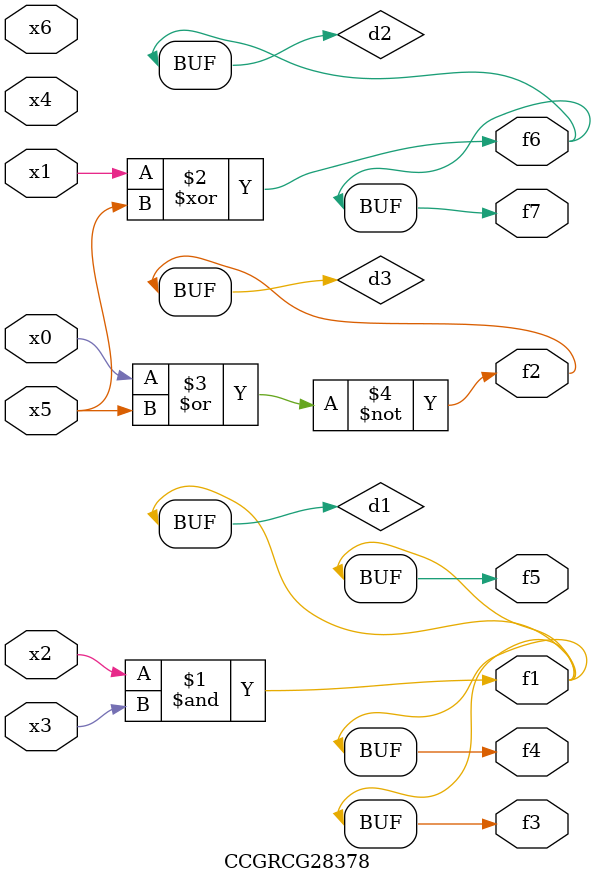
<source format=v>
module CCGRCG28378(
	input x0, x1, x2, x3, x4, x5, x6,
	output f1, f2, f3, f4, f5, f6, f7
);

	wire d1, d2, d3;

	and (d1, x2, x3);
	xor (d2, x1, x5);
	nor (d3, x0, x5);
	assign f1 = d1;
	assign f2 = d3;
	assign f3 = d1;
	assign f4 = d1;
	assign f5 = d1;
	assign f6 = d2;
	assign f7 = d2;
endmodule

</source>
